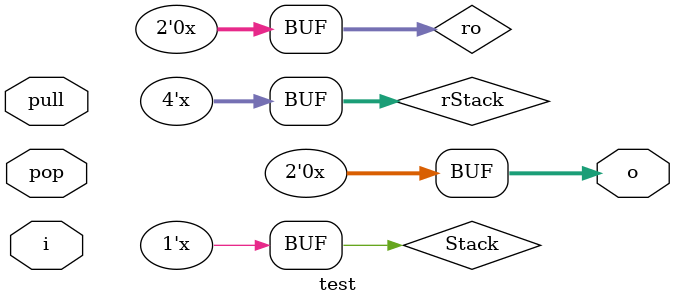
<source format=v>
module test (i,o,pop, pull);

input 	[1:0] 	i;
input 				pop, pull;
output 	[1:0] 	o;

reg [3:0] rStack;
reg [2:0] rSP;
reg [1:0] ro;
assign o=ro;
assign SP=rSP;
assign Stack=rStack;

always @(pop)

begin
	
	if (rSP !=3'b111)
	begin
		rStack[rSP]=i;
		rSP=SP+1;
	end
	
	else 
	begin
		rStack[rSP]=i;
		rSP=3'b111;
	end
end
	
always @(pull)

begin
		ro=rStack[rSP];
		rSP=SP-1;
end
endmodule
	

</source>
